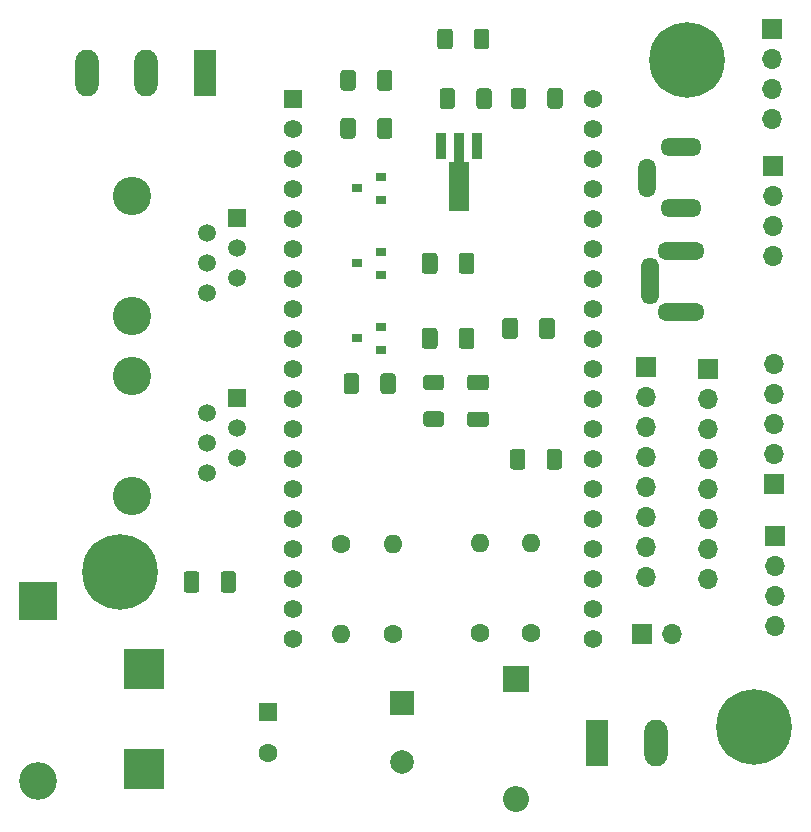
<source format=gbr>
%TF.GenerationSoftware,KiCad,Pcbnew,(5.1.12-1-10_14)*%
%TF.CreationDate,2021-12-21T21:30:39-06:00*%
%TF.ProjectId,Weather,57656174-6865-4722-9e6b-696361645f70,rev?*%
%TF.SameCoordinates,Original*%
%TF.FileFunction,Soldermask,Top*%
%TF.FilePolarity,Negative*%
%FSLAX46Y46*%
G04 Gerber Fmt 4.6, Leading zero omitted, Abs format (unit mm)*
G04 Created by KiCad (PCBNEW (5.1.12-1-10_14)) date 2021-12-21 21:30:39*
%MOMM*%
%LPD*%
G01*
G04 APERTURE LIST*
%ADD10C,0.800000*%
%ADD11C,6.400000*%
%ADD12O,1.600000X1.600000*%
%ADD13C,1.600000*%
%ADD14R,1.560000X1.560000*%
%ADD15C,1.560000*%
%ADD16O,1.700000X1.700000*%
%ADD17R,1.700000X1.700000*%
%ADD18R,1.980000X3.960000*%
%ADD19O,1.980000X3.960000*%
%ADD20C,2.000000*%
%ADD21R,2.000000X2.000000*%
%ADD22O,2.200000X2.200000*%
%ADD23R,2.200000X2.200000*%
%ADD24R,3.500000X3.500000*%
%ADD25O,1.500000X3.300000*%
%ADD26O,3.500000X1.500000*%
%ADD27O,1.500000X4.000000*%
%ADD28O,4.000000X1.500000*%
%ADD29O,3.200000X3.200000*%
%ADD30R,3.200000X3.200000*%
%ADD31R,1.600000X1.600000*%
%ADD32R,0.900000X0.800000*%
%ADD33C,3.250000*%
%ADD34C,1.520000*%
%ADD35R,1.520000X1.520000*%
%ADD36R,0.900000X2.300000*%
%ADD37C,0.100000*%
G04 APERTURE END LIST*
D10*
%TO.C,H3*%
X171191256Y-125226744D03*
X169494200Y-124523800D03*
X167797144Y-125226744D03*
X167094200Y-126923800D03*
X167797144Y-128620856D03*
X169494200Y-129323800D03*
X171191256Y-128620856D03*
X171894200Y-126923800D03*
D11*
X169494200Y-126923800D03*
%TD*%
D12*
%TO.C,R15*%
X146304000Y-111277400D03*
D13*
X146304000Y-118897400D03*
%TD*%
D12*
%TO.C,R4*%
X150596600Y-111328200D03*
D13*
X150596600Y-118948200D03*
%TD*%
D14*
%TO.C,U1*%
X130450001Y-73705001D03*
D15*
X130450001Y-76245001D03*
X130450001Y-119425001D03*
X130450001Y-78785001D03*
X130450001Y-81325001D03*
X130450001Y-83865001D03*
X130450001Y-86405001D03*
X130450001Y-88945001D03*
X130450001Y-91485001D03*
X130450001Y-94025001D03*
X130450001Y-96565001D03*
X130450001Y-99105001D03*
X130450001Y-101645001D03*
X130450001Y-104185001D03*
X130450001Y-106725001D03*
X130450001Y-109265001D03*
X130450001Y-111805001D03*
X130450001Y-114345001D03*
X130450001Y-116885001D03*
X155850001Y-73705001D03*
X155850001Y-76245001D03*
X155850001Y-78785001D03*
X155850001Y-81325001D03*
X155850001Y-83865001D03*
X155850001Y-86405001D03*
X155850001Y-88945001D03*
X155850001Y-91485001D03*
X155850001Y-94025001D03*
X155850001Y-96565001D03*
X155850001Y-99105001D03*
X155850001Y-101645001D03*
X155850001Y-104185001D03*
X155850001Y-106725001D03*
X155850001Y-109265001D03*
X155850001Y-111805001D03*
X155850001Y-114345001D03*
X155850001Y-116885001D03*
X155850001Y-119425001D03*
%TD*%
D16*
%TO.C,SW1*%
X162509200Y-119024400D03*
D17*
X159969200Y-119024400D03*
%TD*%
D16*
%TO.C,J12*%
X171018200Y-75438000D03*
X171018200Y-72898000D03*
X171018200Y-70358000D03*
D17*
X171018200Y-67818000D03*
%TD*%
D16*
%TO.C,J9*%
X165582600Y-114325400D03*
X165582600Y-111785400D03*
X165582600Y-109245400D03*
X165582600Y-106705400D03*
X165582600Y-104165400D03*
X165582600Y-101625400D03*
X165582600Y-99085400D03*
D17*
X165582600Y-96545400D03*
%TD*%
D16*
%TO.C,J8*%
X171272200Y-118338600D03*
X171272200Y-115798600D03*
X171272200Y-113258600D03*
D17*
X171272200Y-110718600D03*
%TD*%
D16*
%TO.C,J7*%
X171221400Y-96113600D03*
X171221400Y-98653600D03*
X171221400Y-101193600D03*
X171221400Y-103733600D03*
D17*
X171221400Y-106273600D03*
%TD*%
D16*
%TO.C,J6*%
X171069000Y-86995000D03*
X171069000Y-84455000D03*
X171069000Y-81915000D03*
D17*
X171069000Y-79375000D03*
%TD*%
D16*
%TO.C,J4*%
X160375600Y-114173000D03*
X160375600Y-111633000D03*
X160375600Y-109093000D03*
X160375600Y-106553000D03*
X160375600Y-104013000D03*
X160375600Y-101473000D03*
X160375600Y-98933000D03*
D17*
X160375600Y-96393000D03*
%TD*%
D18*
%TO.C,J1*%
X156184600Y-128219200D03*
D19*
X161184600Y-128219200D03*
%TD*%
D20*
%TO.C,C6*%
X139649200Y-129866400D03*
D21*
X139649200Y-124866400D03*
%TD*%
D10*
%TO.C,H2*%
X165552456Y-68737144D03*
X163855400Y-68034200D03*
X162158344Y-68737144D03*
X161455400Y-70434200D03*
X162158344Y-72131256D03*
X163855400Y-72834200D03*
X165552456Y-72131256D03*
X166255400Y-70434200D03*
D11*
X163855400Y-70434200D03*
%TD*%
D10*
%TO.C,H1*%
X114076144Y-112044144D03*
X113373200Y-113741200D03*
X114076144Y-115438256D03*
X115773200Y-116141200D03*
X117470256Y-115438256D03*
X118173200Y-113741200D03*
X117470256Y-112044144D03*
X115773200Y-111341200D03*
D11*
X115773200Y-113741200D03*
%TD*%
D22*
%TO.C,D5*%
X149352000Y-132994400D03*
D23*
X149352000Y-122834400D03*
%TD*%
%TO.C,C4*%
G36*
G01*
X144499300Y-88280002D02*
X144499300Y-86979998D01*
G75*
G02*
X144749298Y-86730000I249998J0D01*
G01*
X145574302Y-86730000D01*
G75*
G02*
X145824300Y-86979998I0J-249998D01*
G01*
X145824300Y-88280002D01*
G75*
G02*
X145574302Y-88530000I-249998J0D01*
G01*
X144749298Y-88530000D01*
G75*
G02*
X144499300Y-88280002I0J249998D01*
G01*
G37*
G36*
G01*
X141374300Y-88280002D02*
X141374300Y-86979998D01*
G75*
G02*
X141624298Y-86730000I249998J0D01*
G01*
X142449302Y-86730000D01*
G75*
G02*
X142699300Y-86979998I0J-249998D01*
G01*
X142699300Y-88280002D01*
G75*
G02*
X142449302Y-88530000I-249998J0D01*
G01*
X141624298Y-88530000D01*
G75*
G02*
X141374300Y-88280002I0J249998D01*
G01*
G37*
%TD*%
%TO.C,C3*%
G36*
G01*
X144499300Y-94630002D02*
X144499300Y-93329998D01*
G75*
G02*
X144749298Y-93080000I249998J0D01*
G01*
X145574302Y-93080000D01*
G75*
G02*
X145824300Y-93329998I0J-249998D01*
G01*
X145824300Y-94630002D01*
G75*
G02*
X145574302Y-94880000I-249998J0D01*
G01*
X144749298Y-94880000D01*
G75*
G02*
X144499300Y-94630002I0J249998D01*
G01*
G37*
G36*
G01*
X141374300Y-94630002D02*
X141374300Y-93329998D01*
G75*
G02*
X141624298Y-93080000I249998J0D01*
G01*
X142449302Y-93080000D01*
G75*
G02*
X142699300Y-93329998I0J-249998D01*
G01*
X142699300Y-94630002D01*
G75*
G02*
X142449302Y-94880000I-249998J0D01*
G01*
X141624298Y-94880000D01*
G75*
G02*
X141374300Y-94630002I0J249998D01*
G01*
G37*
%TD*%
%TO.C,C2*%
G36*
G01*
X149506500Y-92491798D02*
X149506500Y-93791802D01*
G75*
G02*
X149256502Y-94041800I-249998J0D01*
G01*
X148431498Y-94041800D01*
G75*
G02*
X148181500Y-93791802I0J249998D01*
G01*
X148181500Y-92491798D01*
G75*
G02*
X148431498Y-92241800I249998J0D01*
G01*
X149256502Y-92241800D01*
G75*
G02*
X149506500Y-92491798I0J-249998D01*
G01*
G37*
G36*
G01*
X152631500Y-92491798D02*
X152631500Y-93791802D01*
G75*
G02*
X152381502Y-94041800I-249998J0D01*
G01*
X151556498Y-94041800D01*
G75*
G02*
X151306500Y-93791802I0J249998D01*
G01*
X151306500Y-92491798D01*
G75*
G02*
X151556498Y-92241800I249998J0D01*
G01*
X152381502Y-92241800D01*
G75*
G02*
X152631500Y-92491798I0J-249998D01*
G01*
G37*
%TD*%
D24*
%TO.C,L1*%
X117805200Y-121954400D03*
X117805200Y-130454400D03*
%TD*%
D25*
%TO.C,J11*%
X160397400Y-80374800D03*
D26*
X163347400Y-77774800D03*
X163347400Y-82974800D03*
%TD*%
D27*
%TO.C,J5*%
X160721200Y-89163200D03*
D28*
X163271200Y-86563200D03*
X163271200Y-91763200D03*
%TD*%
D29*
%TO.C,D4*%
X108889800Y-131470400D03*
D30*
X108889800Y-116230400D03*
%TD*%
%TO.C,C7*%
G36*
G01*
X122530900Y-113954797D02*
X122530900Y-115254803D01*
G75*
G02*
X122280903Y-115504800I-249997J0D01*
G01*
X121455897Y-115504800D01*
G75*
G02*
X121205900Y-115254803I0J249997D01*
G01*
X121205900Y-113954797D01*
G75*
G02*
X121455897Y-113704800I249997J0D01*
G01*
X122280903Y-113704800D01*
G75*
G02*
X122530900Y-113954797I0J-249997D01*
G01*
G37*
G36*
G01*
X125655900Y-113954797D02*
X125655900Y-115254803D01*
G75*
G02*
X125405903Y-115504800I-249997J0D01*
G01*
X124580897Y-115504800D01*
G75*
G02*
X124330900Y-115254803I0J249997D01*
G01*
X124330900Y-113954797D01*
G75*
G02*
X124580897Y-113704800I249997J0D01*
G01*
X125405903Y-113704800D01*
G75*
G02*
X125655900Y-113954797I0J-249997D01*
G01*
G37*
%TD*%
D13*
%TO.C,C5*%
X128346200Y-129077600D03*
D31*
X128346200Y-125577600D03*
%TD*%
%TO.C,C1*%
G36*
G01*
X146776203Y-101501300D02*
X145476197Y-101501300D01*
G75*
G02*
X145226200Y-101251303I0J249997D01*
G01*
X145226200Y-100426297D01*
G75*
G02*
X145476197Y-100176300I249997J0D01*
G01*
X146776203Y-100176300D01*
G75*
G02*
X147026200Y-100426297I0J-249997D01*
G01*
X147026200Y-101251303D01*
G75*
G02*
X146776203Y-101501300I-249997J0D01*
G01*
G37*
G36*
G01*
X146776203Y-98376300D02*
X145476197Y-98376300D01*
G75*
G02*
X145226200Y-98126303I0J249997D01*
G01*
X145226200Y-97301297D01*
G75*
G02*
X145476197Y-97051300I249997J0D01*
G01*
X146776203Y-97051300D01*
G75*
G02*
X147026200Y-97301297I0J-249997D01*
G01*
X147026200Y-98126303D01*
G75*
G02*
X146776203Y-98376300I-249997J0D01*
G01*
G37*
%TD*%
D32*
%TO.C,D1*%
X135890000Y-93980000D03*
X137890000Y-93030000D03*
X137890000Y-94930000D03*
%TD*%
%TO.C,D2*%
X137890000Y-88580000D03*
X137890000Y-86680000D03*
X135890000Y-87630000D03*
%TD*%
%TO.C,D3*%
X137890000Y-82230000D03*
X137890000Y-80330000D03*
X135890000Y-81280000D03*
%TD*%
D33*
%TO.C,J2*%
X116840000Y-92070000D03*
D34*
X123190000Y-90170000D03*
X125730000Y-88900000D03*
X123190000Y-87630000D03*
X125730000Y-86360000D03*
X123190000Y-85090000D03*
D33*
X116840000Y-81910000D03*
D35*
X125730000Y-83820000D03*
%TD*%
%TO.C,J3*%
X125730000Y-99060000D03*
D33*
X116840000Y-97150000D03*
D34*
X123190000Y-100330000D03*
X125730000Y-101600000D03*
X123190000Y-102870000D03*
X125730000Y-104140000D03*
X123190000Y-105410000D03*
D33*
X116840000Y-107310000D03*
%TD*%
D18*
%TO.C,J10*%
X122979200Y-71475600D03*
D19*
X117979200Y-71475600D03*
X112979200Y-71475600D03*
%TD*%
%TO.C,R1*%
G36*
G01*
X136056200Y-97190399D02*
X136056200Y-98440401D01*
G75*
G02*
X135806201Y-98690400I-249999J0D01*
G01*
X135006199Y-98690400D01*
G75*
G02*
X134756200Y-98440401I0J249999D01*
G01*
X134756200Y-97190399D01*
G75*
G02*
X135006199Y-96940400I249999J0D01*
G01*
X135806201Y-96940400D01*
G75*
G02*
X136056200Y-97190399I0J-249999D01*
G01*
G37*
G36*
G01*
X139156200Y-97190399D02*
X139156200Y-98440401D01*
G75*
G02*
X138906201Y-98690400I-249999J0D01*
G01*
X138106199Y-98690400D01*
G75*
G02*
X137856200Y-98440401I0J249999D01*
G01*
X137856200Y-97190399D01*
G75*
G02*
X138106199Y-96940400I249999J0D01*
G01*
X138906201Y-96940400D01*
G75*
G02*
X139156200Y-97190399I0J-249999D01*
G01*
G37*
%TD*%
%TO.C,R2*%
G36*
G01*
X137578000Y-72761001D02*
X137578000Y-71510999D01*
G75*
G02*
X137827999Y-71261000I249999J0D01*
G01*
X138628001Y-71261000D01*
G75*
G02*
X138878000Y-71510999I0J-249999D01*
G01*
X138878000Y-72761001D01*
G75*
G02*
X138628001Y-73011000I-249999J0D01*
G01*
X137827999Y-73011000D01*
G75*
G02*
X137578000Y-72761001I0J249999D01*
G01*
G37*
G36*
G01*
X134478000Y-72761001D02*
X134478000Y-71510999D01*
G75*
G02*
X134727999Y-71261000I249999J0D01*
G01*
X135528001Y-71261000D01*
G75*
G02*
X135778000Y-71510999I0J-249999D01*
G01*
X135778000Y-72761001D01*
G75*
G02*
X135528001Y-73011000I-249999J0D01*
G01*
X134727999Y-73011000D01*
G75*
G02*
X134478000Y-72761001I0J249999D01*
G01*
G37*
%TD*%
%TO.C,R3*%
G36*
G01*
X137578000Y-76825001D02*
X137578000Y-75574999D01*
G75*
G02*
X137827999Y-75325000I249999J0D01*
G01*
X138628001Y-75325000D01*
G75*
G02*
X138878000Y-75574999I0J-249999D01*
G01*
X138878000Y-76825001D01*
G75*
G02*
X138628001Y-77075000I-249999J0D01*
G01*
X137827999Y-77075000D01*
G75*
G02*
X137578000Y-76825001I0J249999D01*
G01*
G37*
G36*
G01*
X134478000Y-76825001D02*
X134478000Y-75574999D01*
G75*
G02*
X134727999Y-75325000I249999J0D01*
G01*
X135528001Y-75325000D01*
G75*
G02*
X135778000Y-75574999I0J-249999D01*
G01*
X135778000Y-76825001D01*
G75*
G02*
X135528001Y-77075000I-249999J0D01*
G01*
X134727999Y-77075000D01*
G75*
G02*
X134478000Y-76825001I0J249999D01*
G01*
G37*
%TD*%
%TO.C,R5*%
G36*
G01*
X142992001Y-101463800D02*
X141741999Y-101463800D01*
G75*
G02*
X141492000Y-101213801I0J249999D01*
G01*
X141492000Y-100413799D01*
G75*
G02*
X141741999Y-100163800I249999J0D01*
G01*
X142992001Y-100163800D01*
G75*
G02*
X143242000Y-100413799I0J-249999D01*
G01*
X143242000Y-101213801D01*
G75*
G02*
X142992001Y-101463800I-249999J0D01*
G01*
G37*
G36*
G01*
X142992001Y-98363800D02*
X141741999Y-98363800D01*
G75*
G02*
X141492000Y-98113801I0J249999D01*
G01*
X141492000Y-97313799D01*
G75*
G02*
X141741999Y-97063800I249999J0D01*
G01*
X142992001Y-97063800D01*
G75*
G02*
X143242000Y-97313799I0J-249999D01*
G01*
X143242000Y-98113801D01*
G75*
G02*
X142992001Y-98363800I-249999J0D01*
G01*
G37*
%TD*%
D12*
%TO.C,R6*%
X138887200Y-111379000D03*
D13*
X138887200Y-118999000D03*
%TD*%
%TO.C,R7*%
X134493000Y-111379000D03*
D12*
X134493000Y-118999000D03*
%TD*%
%TO.C,R8*%
G36*
G01*
X145781000Y-69255801D02*
X145781000Y-68005799D01*
G75*
G02*
X146030999Y-67755800I249999J0D01*
G01*
X146831001Y-67755800D01*
G75*
G02*
X147081000Y-68005799I0J-249999D01*
G01*
X147081000Y-69255801D01*
G75*
G02*
X146831001Y-69505800I-249999J0D01*
G01*
X146030999Y-69505800D01*
G75*
G02*
X145781000Y-69255801I0J249999D01*
G01*
G37*
G36*
G01*
X142681000Y-69255801D02*
X142681000Y-68005799D01*
G75*
G02*
X142930999Y-67755800I249999J0D01*
G01*
X143731001Y-67755800D01*
G75*
G02*
X143981000Y-68005799I0J-249999D01*
G01*
X143981000Y-69255801D01*
G75*
G02*
X143731001Y-69505800I-249999J0D01*
G01*
X142930999Y-69505800D01*
G75*
G02*
X142681000Y-69255801I0J249999D01*
G01*
G37*
%TD*%
%TO.C,R9*%
G36*
G01*
X144184200Y-73060399D02*
X144184200Y-74310401D01*
G75*
G02*
X143934201Y-74560400I-249999J0D01*
G01*
X143134199Y-74560400D01*
G75*
G02*
X142884200Y-74310401I0J249999D01*
G01*
X142884200Y-73060399D01*
G75*
G02*
X143134199Y-72810400I249999J0D01*
G01*
X143934201Y-72810400D01*
G75*
G02*
X144184200Y-73060399I0J-249999D01*
G01*
G37*
G36*
G01*
X147284200Y-73060399D02*
X147284200Y-74310401D01*
G75*
G02*
X147034201Y-74560400I-249999J0D01*
G01*
X146234199Y-74560400D01*
G75*
G02*
X145984200Y-74310401I0J249999D01*
G01*
X145984200Y-73060399D01*
G75*
G02*
X146234199Y-72810400I249999J0D01*
G01*
X147034201Y-72810400D01*
G75*
G02*
X147284200Y-73060399I0J-249999D01*
G01*
G37*
%TD*%
%TO.C,R10*%
G36*
G01*
X153305200Y-73034999D02*
X153305200Y-74285001D01*
G75*
G02*
X153055201Y-74535000I-249999J0D01*
G01*
X152255199Y-74535000D01*
G75*
G02*
X152005200Y-74285001I0J249999D01*
G01*
X152005200Y-73034999D01*
G75*
G02*
X152255199Y-72785000I249999J0D01*
G01*
X153055201Y-72785000D01*
G75*
G02*
X153305200Y-73034999I0J-249999D01*
G01*
G37*
G36*
G01*
X150205200Y-73034999D02*
X150205200Y-74285001D01*
G75*
G02*
X149955201Y-74535000I-249999J0D01*
G01*
X149155199Y-74535000D01*
G75*
G02*
X148905200Y-74285001I0J249999D01*
G01*
X148905200Y-73034999D01*
G75*
G02*
X149155199Y-72785000I249999J0D01*
G01*
X149955201Y-72785000D01*
G75*
G02*
X150205200Y-73034999I0J-249999D01*
G01*
G37*
%TD*%
%TO.C,R11*%
G36*
G01*
X148827800Y-104841201D02*
X148827800Y-103591199D01*
G75*
G02*
X149077799Y-103341200I249999J0D01*
G01*
X149877801Y-103341200D01*
G75*
G02*
X150127800Y-103591199I0J-249999D01*
G01*
X150127800Y-104841201D01*
G75*
G02*
X149877801Y-105091200I-249999J0D01*
G01*
X149077799Y-105091200D01*
G75*
G02*
X148827800Y-104841201I0J249999D01*
G01*
G37*
G36*
G01*
X151927800Y-104841201D02*
X151927800Y-103591199D01*
G75*
G02*
X152177799Y-103341200I249999J0D01*
G01*
X152977801Y-103341200D01*
G75*
G02*
X153227800Y-103591199I0J-249999D01*
G01*
X153227800Y-104841201D01*
G75*
G02*
X152977801Y-105091200I-249999J0D01*
G01*
X152177799Y-105091200D01*
G75*
G02*
X151927800Y-104841201I0J249999D01*
G01*
G37*
%TD*%
D36*
%TO.C,U2*%
X146000600Y-77733000D03*
X143000600Y-77733000D03*
D37*
G36*
X143634100Y-83183000D02*
G01*
X143634100Y-79058000D01*
X144050600Y-79058000D01*
X144050600Y-76583000D01*
X144950600Y-76583000D01*
X144950600Y-79058000D01*
X145367100Y-79058000D01*
X145367100Y-83183000D01*
X143634100Y-83183000D01*
G37*
%TD*%
M02*

</source>
